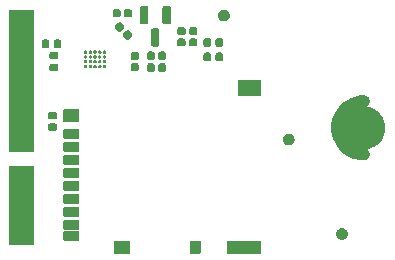
<source format=gbr>
G04 #@! TF.GenerationSoftware,KiCad,Pcbnew,7.0.2-1.fc38*
G04 #@! TF.CreationDate,2023-05-11T21:02:33-04:00*
G04 #@! TF.ProjectId,m2-sd-card,6d322d73-642d-4636-9172-642e6b696361,v0.5.0*
G04 #@! TF.SameCoordinates,PX71581d0PY6410748*
G04 #@! TF.FileFunction,Soldermask,Top*
G04 #@! TF.FilePolarity,Negative*
%FSLAX46Y46*%
G04 Gerber Fmt 4.6, Leading zero omitted, Abs format (unit mm)*
G04 Created by KiCad (PCBNEW 7.0.2-1.fc38) date 2023-05-11 21:02:33*
%MOMM*%
%LPD*%
G01*
G04 APERTURE LIST*
G04 APERTURE END LIST*
G36*
X2075576Y6700577D02*
G01*
X2080000Y6689896D01*
X2080000Y10105D01*
X2075576Y-576D01*
X2064896Y-5000D01*
X10104Y-5000D01*
X-577Y-576D01*
X-5000Y10105D01*
X-5000Y6689896D01*
X-577Y6700577D01*
X10104Y6705000D01*
X2064896Y6705000D01*
X2075576Y6700577D01*
G37*
G36*
X5844900Y1148042D02*
G01*
X5861770Y1136770D01*
X5873042Y1119900D01*
X5877000Y1100000D01*
X5877000Y400000D01*
X5873042Y380100D01*
X5861770Y363230D01*
X5844900Y351958D01*
X5825000Y348000D01*
X4625000Y348000D01*
X4605100Y351958D01*
X4588230Y363230D01*
X4576958Y380100D01*
X4573000Y400000D01*
X4573000Y1100000D01*
X4576958Y1119900D01*
X4588230Y1136770D01*
X4605100Y1148042D01*
X4625000Y1152000D01*
X5825000Y1152000D01*
X5844900Y1148042D01*
G37*
G36*
X10144900Y348042D02*
G01*
X10161770Y336770D01*
X10173042Y319900D01*
X10177000Y300000D01*
X10177000Y-700000D01*
X10173042Y-719900D01*
X10161770Y-736770D01*
X10144900Y-748042D01*
X10125000Y-752000D01*
X8925000Y-752000D01*
X8905100Y-748042D01*
X8888230Y-736770D01*
X8876958Y-719900D01*
X8873000Y-700000D01*
X8873000Y300000D01*
X8876958Y319900D01*
X8888230Y336770D01*
X8905100Y348042D01*
X8925000Y352000D01*
X10125000Y352000D01*
X10144900Y348042D01*
G37*
G36*
X16144900Y348042D02*
G01*
X16161770Y336770D01*
X16173042Y319900D01*
X16177000Y300000D01*
X16177000Y-700000D01*
X16173042Y-719900D01*
X16161770Y-736770D01*
X16144900Y-748042D01*
X16125000Y-752000D01*
X15325000Y-752000D01*
X15305100Y-748042D01*
X15288230Y-736770D01*
X15276958Y-719900D01*
X15273000Y-700000D01*
X15273000Y300000D01*
X15276958Y319900D01*
X15288230Y336770D01*
X15305100Y348042D01*
X15325000Y352000D01*
X16125000Y352000D01*
X16144900Y348042D01*
G37*
G36*
X21294900Y348042D02*
G01*
X21311770Y336770D01*
X21323042Y319900D01*
X21327000Y300000D01*
X21327000Y-700000D01*
X21323042Y-719900D01*
X21311770Y-736770D01*
X21294900Y-748042D01*
X21275000Y-752000D01*
X18475000Y-752000D01*
X18455100Y-748042D01*
X18438230Y-736770D01*
X18426958Y-719900D01*
X18423000Y-700000D01*
X18423000Y300000D01*
X18426958Y319900D01*
X18438230Y336770D01*
X18455100Y348042D01*
X18475000Y352000D01*
X21275000Y352000D01*
X21294900Y348042D01*
G37*
G36*
X5844900Y2098042D02*
G01*
X5861770Y2086770D01*
X5873042Y2069900D01*
X5877000Y2050000D01*
X5877000Y1350000D01*
X5873042Y1330100D01*
X5861770Y1313230D01*
X5844900Y1301958D01*
X5825000Y1298000D01*
X4625000Y1298000D01*
X4605100Y1301958D01*
X4588230Y1313230D01*
X4576958Y1330100D01*
X4573000Y1350000D01*
X4573000Y2050000D01*
X4576958Y2069900D01*
X4588230Y2086770D01*
X4605100Y2098042D01*
X4625000Y2102000D01*
X5825000Y2102000D01*
X5844900Y2098042D01*
G37*
G36*
X28185333Y1419911D02*
G01*
X28221157Y1419911D01*
X28250277Y1411361D01*
X28279295Y1407540D01*
X28318271Y1391396D01*
X28357708Y1379816D01*
X28378523Y1366439D01*
X28399780Y1357634D01*
X28438734Y1327744D01*
X28477430Y1302875D01*
X28489903Y1288480D01*
X28503243Y1278244D01*
X28537824Y1233176D01*
X28570627Y1195320D01*
X28576146Y1183233D01*
X28582633Y1174780D01*
X28608242Y1112954D01*
X28629746Y1065866D01*
X28630809Y1058471D01*
X28632539Y1054295D01*
X28644804Y961134D01*
X28650000Y925000D01*
X28644804Y888867D01*
X28632539Y795705D01*
X28630809Y791530D01*
X28629746Y784134D01*
X28608242Y737047D01*
X28582633Y675220D01*
X28576147Y666768D01*
X28570627Y654680D01*
X28537820Y616820D01*
X28503243Y571757D01*
X28489906Y561524D01*
X28477430Y547125D01*
X28438726Y522252D01*
X28399780Y492367D01*
X28378527Y483565D01*
X28357708Y470184D01*
X28318262Y458602D01*
X28279295Y442461D01*
X28250283Y438642D01*
X28221157Y430089D01*
X28185326Y430089D01*
X28150000Y425438D01*
X28114674Y430089D01*
X28078843Y430089D01*
X28049716Y438642D01*
X28020704Y442461D01*
X27981733Y458603D01*
X27942292Y470184D01*
X27921473Y483563D01*
X27900219Y492367D01*
X27861267Y522256D01*
X27822570Y547125D01*
X27810095Y561522D01*
X27796756Y571757D01*
X27762170Y616830D01*
X27729373Y654680D01*
X27723854Y666765D01*
X27717366Y675220D01*
X27691747Y737071D01*
X27670254Y784134D01*
X27669191Y791526D01*
X27667460Y795705D01*
X27655183Y888950D01*
X27650000Y925000D01*
X27655183Y961051D01*
X27667460Y1054295D01*
X27669191Y1058475D01*
X27670254Y1065866D01*
X27691747Y1112930D01*
X27717366Y1174780D01*
X27723854Y1183237D01*
X27729373Y1195320D01*
X27762166Y1233166D01*
X27796756Y1278244D01*
X27810098Y1288482D01*
X27822570Y1302875D01*
X27861263Y1327742D01*
X27900220Y1357634D01*
X27921476Y1366439D01*
X27942292Y1379816D01*
X27981728Y1391396D01*
X28020705Y1407540D01*
X28049722Y1411361D01*
X28078843Y1419911D01*
X28114666Y1419911D01*
X28149999Y1424563D01*
X28185333Y1419911D01*
G37*
G36*
X5844900Y3198042D02*
G01*
X5861770Y3186770D01*
X5873042Y3169900D01*
X5877000Y3150000D01*
X5877000Y2450000D01*
X5873042Y2430100D01*
X5861770Y2413230D01*
X5844900Y2401958D01*
X5825000Y2398000D01*
X4625000Y2398000D01*
X4605100Y2401958D01*
X4588230Y2413230D01*
X4576958Y2430100D01*
X4573000Y2450000D01*
X4573000Y3150000D01*
X4576958Y3169900D01*
X4588230Y3186770D01*
X4605100Y3198042D01*
X4625000Y3202000D01*
X5825000Y3202000D01*
X5844900Y3198042D01*
G37*
G36*
X5844900Y4298042D02*
G01*
X5861770Y4286770D01*
X5873042Y4269900D01*
X5877000Y4250000D01*
X5877000Y3550000D01*
X5873042Y3530100D01*
X5861770Y3513230D01*
X5844900Y3501958D01*
X5825000Y3498000D01*
X4625000Y3498000D01*
X4605100Y3501958D01*
X4588230Y3513230D01*
X4576958Y3530100D01*
X4573000Y3550000D01*
X4573000Y4250000D01*
X4576958Y4269900D01*
X4588230Y4286770D01*
X4605100Y4298042D01*
X4625000Y4302000D01*
X5825000Y4302000D01*
X5844900Y4298042D01*
G37*
G36*
X5844900Y5398042D02*
G01*
X5861770Y5386770D01*
X5873042Y5369900D01*
X5877000Y5350000D01*
X5877000Y4650000D01*
X5873042Y4630100D01*
X5861770Y4613230D01*
X5844900Y4601958D01*
X5825000Y4598000D01*
X4625000Y4598000D01*
X4605100Y4601958D01*
X4588230Y4613230D01*
X4576958Y4630100D01*
X4573000Y4650000D01*
X4573000Y5350000D01*
X4576958Y5369900D01*
X4588230Y5386770D01*
X4605100Y5398042D01*
X4625000Y5402000D01*
X5825000Y5402000D01*
X5844900Y5398042D01*
G37*
G36*
X5844900Y6498042D02*
G01*
X5861770Y6486770D01*
X5873042Y6469900D01*
X5877000Y6450000D01*
X5877000Y5750000D01*
X5873042Y5730100D01*
X5861770Y5713230D01*
X5844900Y5701958D01*
X5825000Y5698000D01*
X4625000Y5698000D01*
X4605100Y5701958D01*
X4588230Y5713230D01*
X4576958Y5730100D01*
X4573000Y5750000D01*
X4573000Y6450000D01*
X4576958Y6469900D01*
X4588230Y6486770D01*
X4605100Y6498042D01*
X4625000Y6502000D01*
X5825000Y6502000D01*
X5844900Y6498042D01*
G37*
G36*
X5844900Y7598042D02*
G01*
X5861770Y7586770D01*
X5873042Y7569900D01*
X5877000Y7550000D01*
X5877000Y6850000D01*
X5873042Y6830100D01*
X5861770Y6813230D01*
X5844900Y6801958D01*
X5825000Y6798000D01*
X4625000Y6798000D01*
X4605100Y6801958D01*
X4588230Y6813230D01*
X4576958Y6830100D01*
X4573000Y6850000D01*
X4573000Y7550000D01*
X4576958Y7569900D01*
X4588230Y7586770D01*
X4605100Y7598042D01*
X4625000Y7602000D01*
X5825000Y7602000D01*
X5844900Y7598042D01*
G37*
G36*
X2075576Y19850577D02*
G01*
X2080000Y19839896D01*
X2080000Y7910105D01*
X2075576Y7899424D01*
X2064896Y7895000D01*
X10104Y7895000D01*
X-577Y7899424D01*
X-5000Y7910105D01*
X-5000Y19839896D01*
X-577Y19850577D01*
X10104Y19855000D01*
X2064896Y19855000D01*
X2075576Y19850577D01*
G37*
G36*
X21294900Y13998042D02*
G01*
X21311770Y13986770D01*
X21323042Y13969900D01*
X21327000Y13950000D01*
X21327000Y12650000D01*
X21323042Y12630100D01*
X21311770Y12613230D01*
X21294900Y12601958D01*
X21275000Y12598000D01*
X19375000Y12598000D01*
X19355100Y12601958D01*
X19338230Y12613230D01*
X19326958Y12630100D01*
X19323000Y12650000D01*
X19323000Y13950000D01*
X19326958Y13969900D01*
X19338230Y13986770D01*
X19355100Y13998042D01*
X19375000Y14002000D01*
X21275000Y14002000D01*
X21294900Y13998042D01*
G37*
G36*
X30124545Y12659266D02*
G01*
X30178606Y12645941D01*
X30183125Y12643570D01*
X30192993Y12640925D01*
X30241255Y12613061D01*
X30286115Y12589517D01*
X30293750Y12582753D01*
X30307007Y12575099D01*
X30342868Y12539238D01*
X30377004Y12508996D01*
X30385681Y12496425D01*
X30400099Y12482007D01*
X30422937Y12442450D01*
X30445979Y12409068D01*
X30453193Y12390044D01*
X30465925Y12367993D01*
X30476441Y12328745D01*
X30489035Y12295539D01*
X30492097Y12270319D01*
X30500000Y12240826D01*
X30500000Y12205234D01*
X30503671Y12175000D01*
X30500000Y12144767D01*
X30500000Y12109174D01*
X30492097Y12079681D01*
X30489035Y12054462D01*
X30476442Y12021260D01*
X30465925Y11982007D01*
X30453192Y11959955D01*
X30445979Y11940933D01*
X30422940Y11907556D01*
X30400099Y11867993D01*
X30385680Y11853575D01*
X30377003Y11841003D01*
X30342873Y11810768D01*
X30307007Y11774901D01*
X30306905Y11774843D01*
X30321801Y11717788D01*
X30334355Y11715058D01*
X30406101Y11704243D01*
X30458815Y11687983D01*
X30514126Y11675951D01*
X30592065Y11646882D01*
X30666747Y11623845D01*
X30711121Y11602476D01*
X30758079Y11584961D01*
X30837184Y11541767D01*
X30912500Y11505496D01*
X30948265Y11481112D01*
X30986595Y11460182D01*
X31064477Y11401880D01*
X31137869Y11351842D01*
X31165219Y11326465D01*
X31195040Y11304141D01*
X31269145Y11230036D01*
X31337820Y11166315D01*
X31357326Y11141855D01*
X31379140Y11120041D01*
X31446800Y11029659D01*
X31507886Y10953059D01*
X31520508Y10931196D01*
X31535181Y10911596D01*
X31593718Y10804394D01*
X31644268Y10716838D01*
X31651273Y10698989D01*
X31659960Y10683080D01*
X31706716Y10557722D01*
X31743920Y10462928D01*
X31746833Y10450165D01*
X31750950Y10439127D01*
X31783394Y10289980D01*
X31804616Y10197002D01*
X31805139Y10190018D01*
X31806294Y10184710D01*
X31822129Y9963303D01*
X31825000Y9925000D01*
X31822126Y9886659D01*
X31806294Y9665291D01*
X31805139Y9659984D01*
X31804616Y9652998D01*
X31783389Y9560001D01*
X31750950Y9410874D01*
X31746833Y9399838D01*
X31743920Y9387072D01*
X31706709Y9292260D01*
X31659960Y9166921D01*
X31651274Y9151016D01*
X31644268Y9133162D01*
X31593707Y9045590D01*
X31535181Y8938405D01*
X31520511Y8918809D01*
X31507886Y8896941D01*
X31446787Y8820327D01*
X31379140Y8729960D01*
X31357330Y8708151D01*
X31337820Y8683685D01*
X31269131Y8619952D01*
X31195040Y8545860D01*
X31165225Y8523541D01*
X31137869Y8498158D01*
X31064462Y8448111D01*
X30986595Y8389819D01*
X30948273Y8368894D01*
X30912500Y8344504D01*
X30837168Y8308227D01*
X30758079Y8265040D01*
X30711130Y8247530D01*
X30666747Y8226155D01*
X30592049Y8203115D01*
X30514126Y8174050D01*
X30458826Y8162021D01*
X30406101Y8145757D01*
X30334340Y8134941D01*
X30321801Y8132213D01*
X30306904Y8075159D01*
X30307007Y8075099D01*
X30342869Y8039237D01*
X30377004Y8008996D01*
X30385681Y7996425D01*
X30400099Y7982007D01*
X30422937Y7942450D01*
X30445979Y7909068D01*
X30453193Y7890044D01*
X30465925Y7867993D01*
X30476441Y7828745D01*
X30489035Y7795539D01*
X30492097Y7770319D01*
X30500000Y7740826D01*
X30500000Y7705235D01*
X30503671Y7675001D01*
X30500000Y7644768D01*
X30500000Y7609174D01*
X30492097Y7579681D01*
X30489035Y7554462D01*
X30476442Y7521260D01*
X30465925Y7482007D01*
X30453192Y7459955D01*
X30445979Y7440933D01*
X30422941Y7407557D01*
X30400099Y7367993D01*
X30385679Y7353574D01*
X30377004Y7341005D01*
X30342876Y7310771D01*
X30307007Y7274901D01*
X30293746Y7267246D01*
X30286115Y7260484D01*
X30241274Y7236951D01*
X30192993Y7209075D01*
X30183121Y7206430D01*
X30178606Y7204060D01*
X30124570Y7190741D01*
X30065826Y7175000D01*
X30060710Y7175000D01*
X29839834Y7175000D01*
X29839831Y7175000D01*
X29521658Y7212189D01*
X29406361Y7239516D01*
X29209947Y7286066D01*
X28908942Y7395622D01*
X28736937Y7482007D01*
X28622670Y7539394D01*
X28576288Y7569900D01*
X28355030Y7715422D01*
X28109637Y7921333D01*
X27889807Y8154338D01*
X27698512Y8411292D01*
X27538346Y8688709D01*
X27411465Y8982850D01*
X27319590Y9289735D01*
X27263965Y9605202D01*
X27245339Y9925000D01*
X27263965Y10244799D01*
X27319590Y10560266D01*
X27411465Y10867151D01*
X27538346Y11161292D01*
X27698512Y11438709D01*
X27889807Y11695663D01*
X28109637Y11928668D01*
X28355030Y12134579D01*
X28622664Y12310603D01*
X28908942Y12454379D01*
X29209947Y12563935D01*
X29521656Y12637811D01*
X29648927Y12652687D01*
X29839831Y12675000D01*
X30000000Y12675000D01*
X30065826Y12675000D01*
X30124545Y12659266D01*
G37*
G36*
X5844900Y8698042D02*
G01*
X5861770Y8686770D01*
X5873042Y8669900D01*
X5877000Y8650000D01*
X5877000Y7950000D01*
X5873042Y7930100D01*
X5861770Y7913230D01*
X5844900Y7901958D01*
X5825000Y7898000D01*
X4625000Y7898000D01*
X4605100Y7901958D01*
X4588230Y7913230D01*
X4576958Y7930100D01*
X4573000Y7950000D01*
X4573000Y8650000D01*
X4576958Y8669900D01*
X4588230Y8686770D01*
X4605100Y8698042D01*
X4625000Y8702000D01*
X5825000Y8702000D01*
X5844900Y8698042D01*
G37*
G36*
X3893475Y10307385D02*
G01*
X3955765Y10265765D01*
X3997385Y10203475D01*
X4012000Y10130000D01*
X4012000Y9850000D01*
X3997385Y9776525D01*
X3955765Y9714235D01*
X3893475Y9672615D01*
X3820000Y9658000D01*
X3480000Y9658000D01*
X3406525Y9672615D01*
X3344235Y9714235D01*
X3302615Y9776525D01*
X3288000Y9850000D01*
X3288000Y10130000D01*
X3302615Y10203475D01*
X3344235Y10265765D01*
X3406525Y10307385D01*
X3480000Y10322000D01*
X3820000Y10322000D01*
X3893475Y10307385D01*
G37*
G36*
X5844900Y9798042D02*
G01*
X5861770Y9786770D01*
X5873042Y9769900D01*
X5877000Y9750000D01*
X5877000Y9050000D01*
X5873042Y9030100D01*
X5861770Y9013230D01*
X5844900Y9001958D01*
X5825000Y8998000D01*
X4625000Y8998000D01*
X4605100Y9001958D01*
X4588230Y9013230D01*
X4576958Y9030100D01*
X4573000Y9050000D01*
X4573000Y9750000D01*
X4576958Y9769900D01*
X4588230Y9786770D01*
X4605100Y9798042D01*
X4625000Y9802000D01*
X5825000Y9802000D01*
X5844900Y9798042D01*
G37*
G36*
X23685333Y9419911D02*
G01*
X23721157Y9419911D01*
X23750277Y9411361D01*
X23779295Y9407540D01*
X23818271Y9391396D01*
X23857708Y9379816D01*
X23878523Y9366439D01*
X23899780Y9357634D01*
X23938734Y9327744D01*
X23977430Y9302875D01*
X23989903Y9288480D01*
X24003243Y9278244D01*
X24037824Y9233176D01*
X24070627Y9195320D01*
X24076146Y9183233D01*
X24082633Y9174780D01*
X24108242Y9112954D01*
X24129746Y9065866D01*
X24130809Y9058471D01*
X24132539Y9054295D01*
X24144804Y8961134D01*
X24150000Y8925000D01*
X24144804Y8888867D01*
X24132539Y8795705D01*
X24130809Y8791530D01*
X24129746Y8784134D01*
X24108242Y8737047D01*
X24082633Y8675220D01*
X24076147Y8666768D01*
X24070627Y8654680D01*
X24037820Y8616820D01*
X24003243Y8571757D01*
X23989906Y8561524D01*
X23977430Y8547125D01*
X23938726Y8522252D01*
X23899780Y8492367D01*
X23878527Y8483565D01*
X23857708Y8470184D01*
X23818262Y8458602D01*
X23779295Y8442461D01*
X23750283Y8438642D01*
X23721157Y8430089D01*
X23685326Y8430089D01*
X23650000Y8425438D01*
X23614674Y8430089D01*
X23578843Y8430089D01*
X23549716Y8438642D01*
X23520704Y8442461D01*
X23481733Y8458603D01*
X23442292Y8470184D01*
X23421473Y8483563D01*
X23400219Y8492367D01*
X23361267Y8522256D01*
X23322570Y8547125D01*
X23310095Y8561522D01*
X23296756Y8571757D01*
X23262170Y8616830D01*
X23229373Y8654680D01*
X23223854Y8666765D01*
X23217366Y8675220D01*
X23191747Y8737071D01*
X23170254Y8784134D01*
X23169191Y8791526D01*
X23167460Y8795705D01*
X23155183Y8888950D01*
X23150000Y8925000D01*
X23155183Y8961051D01*
X23167460Y9054295D01*
X23169191Y9058475D01*
X23170254Y9065866D01*
X23191747Y9112930D01*
X23217366Y9174780D01*
X23223854Y9183237D01*
X23229373Y9195320D01*
X23262166Y9233166D01*
X23296756Y9278244D01*
X23310098Y9288482D01*
X23322570Y9302875D01*
X23361263Y9327742D01*
X23400220Y9357634D01*
X23421476Y9366439D01*
X23442292Y9379816D01*
X23481728Y9391396D01*
X23520705Y9407540D01*
X23549722Y9411361D01*
X23578843Y9419911D01*
X23614666Y9419911D01*
X23649999Y9424563D01*
X23685333Y9419911D01*
G37*
G36*
X5844900Y11498042D02*
G01*
X5861770Y11486770D01*
X5873042Y11469900D01*
X5877000Y11450000D01*
X5877000Y10450000D01*
X5873042Y10430100D01*
X5861770Y10413230D01*
X5844900Y10401958D01*
X5825000Y10398000D01*
X4625000Y10398000D01*
X4605100Y10401958D01*
X4588230Y10413230D01*
X4576958Y10430100D01*
X4573000Y10450000D01*
X4573000Y11450000D01*
X4576958Y11469900D01*
X4588230Y11486770D01*
X4605100Y11498042D01*
X4625000Y11502000D01*
X5825000Y11502000D01*
X5844900Y11498042D01*
G37*
G36*
X3893475Y11267385D02*
G01*
X3955765Y11225765D01*
X3997385Y11163475D01*
X4012000Y11090000D01*
X4012000Y10810000D01*
X3997385Y10736525D01*
X3955765Y10674235D01*
X3893475Y10632615D01*
X3820000Y10618000D01*
X3480000Y10618000D01*
X3406525Y10632615D01*
X3344235Y10674235D01*
X3302615Y10736525D01*
X3288000Y10810000D01*
X3288000Y11090000D01*
X3302615Y11163475D01*
X3344235Y11225765D01*
X3406525Y11267385D01*
X3480000Y11282000D01*
X3820000Y11282000D01*
X3893475Y11267385D01*
G37*
G36*
X8106905Y15662381D02*
G01*
X8155147Y15630147D01*
X8187381Y15581905D01*
X8198700Y15525000D01*
X8187381Y15468095D01*
X8155147Y15419853D01*
X8106905Y15387619D01*
X8050000Y15376300D01*
X7993095Y15387619D01*
X7944853Y15419853D01*
X7912619Y15468095D01*
X7901300Y15525000D01*
X7912619Y15581905D01*
X7944853Y15630147D01*
X7993095Y15662381D01*
X8050000Y15673700D01*
X8106905Y15662381D01*
G37*
G36*
X12183475Y15372385D02*
G01*
X12245765Y15330765D01*
X12287385Y15268475D01*
X12302000Y15195000D01*
X12302000Y14855000D01*
X12287385Y14781525D01*
X12245765Y14719235D01*
X12183475Y14677615D01*
X12110000Y14663000D01*
X11830000Y14663000D01*
X11756525Y14677615D01*
X11694235Y14719235D01*
X11652615Y14781525D01*
X11638000Y14855000D01*
X11638000Y15195000D01*
X11652615Y15268475D01*
X11694235Y15330765D01*
X11756525Y15372385D01*
X11830000Y15387000D01*
X12110000Y15387000D01*
X12183475Y15372385D01*
G37*
G36*
X13143475Y15372385D02*
G01*
X13205765Y15330765D01*
X13247385Y15268475D01*
X13262000Y15195000D01*
X13262000Y14855000D01*
X13247385Y14781525D01*
X13205765Y14719235D01*
X13143475Y14677615D01*
X13070000Y14663000D01*
X12790000Y14663000D01*
X12716525Y14677615D01*
X12654235Y14719235D01*
X12612615Y14781525D01*
X12598000Y14855000D01*
X12598000Y15195000D01*
X12612615Y15268475D01*
X12654235Y15330765D01*
X12716525Y15372385D01*
X12790000Y15387000D01*
X13070000Y15387000D01*
X13143475Y15372385D01*
G37*
G36*
X4006562Y15322765D02*
G01*
X4067229Y15282229D01*
X4107765Y15221562D01*
X4122000Y15150000D01*
X4122000Y14880000D01*
X4107765Y14808438D01*
X4067229Y14747771D01*
X4006562Y14707235D01*
X3935000Y14693000D01*
X3565000Y14693000D01*
X3493438Y14707235D01*
X3432771Y14747771D01*
X3392235Y14808438D01*
X3378000Y14880000D01*
X3378000Y15150000D01*
X3392235Y15221562D01*
X3432771Y15282229D01*
X3493438Y15322765D01*
X3565000Y15337000D01*
X3935000Y15337000D01*
X4006562Y15322765D01*
G37*
G36*
X10862475Y15362385D02*
G01*
X10924765Y15320765D01*
X10966385Y15258475D01*
X10981000Y15185000D01*
X10981000Y14905000D01*
X10966385Y14831525D01*
X10924765Y14769235D01*
X10862475Y14727615D01*
X10789000Y14713000D01*
X10449000Y14713000D01*
X10375525Y14727615D01*
X10313235Y14769235D01*
X10271615Y14831525D01*
X10257000Y14905000D01*
X10257000Y15185000D01*
X10271615Y15258475D01*
X10313235Y15320765D01*
X10375525Y15362385D01*
X10449000Y15377000D01*
X10789000Y15377000D01*
X10862475Y15362385D01*
G37*
G36*
X6506905Y15262381D02*
G01*
X6555147Y15230147D01*
X6587381Y15181905D01*
X6598700Y15125000D01*
X6587381Y15068095D01*
X6555147Y15019853D01*
X6506905Y14987619D01*
X6450000Y14976300D01*
X6393095Y14987619D01*
X6344853Y15019853D01*
X6312619Y15068095D01*
X6301300Y15125000D01*
X6312619Y15181905D01*
X6344853Y15230147D01*
X6393095Y15262381D01*
X6450000Y15273700D01*
X6506905Y15262381D01*
G37*
G36*
X6906905Y15262381D02*
G01*
X6955147Y15230147D01*
X6987381Y15181905D01*
X6998700Y15125000D01*
X6987381Y15068095D01*
X6955147Y15019853D01*
X6906905Y14987619D01*
X6850000Y14976300D01*
X6793095Y14987619D01*
X6744853Y15019853D01*
X6712619Y15068095D01*
X6701300Y15125000D01*
X6712619Y15181905D01*
X6744853Y15230147D01*
X6793095Y15262381D01*
X6850000Y15273700D01*
X6906905Y15262381D01*
G37*
G36*
X7306905Y15262381D02*
G01*
X7355147Y15230147D01*
X7387381Y15181905D01*
X7398700Y15125000D01*
X7387381Y15068095D01*
X7355147Y15019853D01*
X7306905Y14987619D01*
X7250000Y14976300D01*
X7193095Y14987619D01*
X7144853Y15019853D01*
X7112619Y15068095D01*
X7101300Y15125000D01*
X7112619Y15181905D01*
X7144853Y15230147D01*
X7193095Y15262381D01*
X7250000Y15273700D01*
X7306905Y15262381D01*
G37*
G36*
X7706905Y15262381D02*
G01*
X7755147Y15230147D01*
X7787381Y15181905D01*
X7798700Y15125000D01*
X7787381Y15068095D01*
X7755147Y15019853D01*
X7706905Y14987619D01*
X7650000Y14976300D01*
X7593095Y14987619D01*
X7544853Y15019853D01*
X7512619Y15068095D01*
X7501300Y15125000D01*
X7512619Y15181905D01*
X7544853Y15230147D01*
X7593095Y15262381D01*
X7650000Y15273700D01*
X7706905Y15262381D01*
G37*
G36*
X8106905Y15262381D02*
G01*
X8155147Y15230147D01*
X8187381Y15181905D01*
X8198700Y15125000D01*
X8187381Y15068095D01*
X8155147Y15019853D01*
X8106905Y14987619D01*
X8050000Y14976300D01*
X7993095Y14987619D01*
X7944853Y15019853D01*
X7912619Y15068095D01*
X7901300Y15125000D01*
X7912619Y15181905D01*
X7944853Y15230147D01*
X7993095Y15262381D01*
X8050000Y15273700D01*
X8106905Y15262381D01*
G37*
G36*
X6506905Y15662381D02*
G01*
X6555147Y15630147D01*
X6587381Y15581905D01*
X6598700Y15525000D01*
X6587381Y15468095D01*
X6555147Y15419853D01*
X6506905Y15387619D01*
X6450000Y15376300D01*
X6393095Y15387619D01*
X6344853Y15419853D01*
X6312619Y15468095D01*
X6301300Y15525000D01*
X6312619Y15581905D01*
X6344853Y15630147D01*
X6393095Y15662381D01*
X6450000Y15673700D01*
X6506905Y15662381D01*
G37*
G36*
X6906905Y15662381D02*
G01*
X6955147Y15630147D01*
X6987381Y15581905D01*
X6998700Y15525000D01*
X6987381Y15468095D01*
X6955147Y15419853D01*
X6906905Y15387619D01*
X6850000Y15376300D01*
X6793095Y15387619D01*
X6744853Y15419853D01*
X6712619Y15468095D01*
X6701300Y15525000D01*
X6712619Y15581905D01*
X6744853Y15630147D01*
X6793095Y15662381D01*
X6850000Y15673700D01*
X6906905Y15662381D01*
G37*
G36*
X7306905Y15662381D02*
G01*
X7355147Y15630147D01*
X7387381Y15581905D01*
X7398700Y15525000D01*
X7387381Y15468095D01*
X7355147Y15419853D01*
X7306905Y15387619D01*
X7250000Y15376300D01*
X7193095Y15387619D01*
X7144853Y15419853D01*
X7112619Y15468095D01*
X7101300Y15525000D01*
X7112619Y15581905D01*
X7144853Y15630147D01*
X7193095Y15662381D01*
X7250000Y15673700D01*
X7306905Y15662381D01*
G37*
G36*
X7706905Y15662381D02*
G01*
X7755147Y15630147D01*
X7787381Y15581905D01*
X7798700Y15525000D01*
X7787381Y15468095D01*
X7755147Y15419853D01*
X7706905Y15387619D01*
X7650000Y15376300D01*
X7593095Y15387619D01*
X7544853Y15419853D01*
X7512619Y15468095D01*
X7501300Y15525000D01*
X7512619Y15581905D01*
X7544853Y15630147D01*
X7593095Y15662381D01*
X7650000Y15673700D01*
X7706905Y15662381D01*
G37*
G36*
X8106905Y16462381D02*
G01*
X8155147Y16430147D01*
X8187381Y16381905D01*
X8198700Y16325000D01*
X8187381Y16268095D01*
X8155147Y16219853D01*
X8106905Y16187619D01*
X8050000Y16176300D01*
X7993095Y16187619D01*
X7944853Y16219853D01*
X7912619Y16268095D01*
X7901300Y16325000D01*
X7912619Y16381905D01*
X7944853Y16430147D01*
X7993095Y16462381D01*
X8050000Y16473700D01*
X8106905Y16462381D01*
G37*
G36*
X12183475Y16372385D02*
G01*
X12245765Y16330765D01*
X12287385Y16268475D01*
X12302000Y16195000D01*
X12302000Y15855000D01*
X12287385Y15781525D01*
X12245765Y15719235D01*
X12183475Y15677615D01*
X12110000Y15663000D01*
X11830000Y15663000D01*
X11756525Y15677615D01*
X11694235Y15719235D01*
X11652615Y15781525D01*
X11638000Y15855000D01*
X11638000Y16195000D01*
X11652615Y16268475D01*
X11694235Y16330765D01*
X11756525Y16372385D01*
X11830000Y16387000D01*
X12110000Y16387000D01*
X12183475Y16372385D01*
G37*
G36*
X13143475Y16372385D02*
G01*
X13205765Y16330765D01*
X13247385Y16268475D01*
X13262000Y16195000D01*
X13262000Y15855000D01*
X13247385Y15781525D01*
X13205765Y15719235D01*
X13143475Y15677615D01*
X13070000Y15663000D01*
X12790000Y15663000D01*
X12716525Y15677615D01*
X12654235Y15719235D01*
X12612615Y15781525D01*
X12598000Y15855000D01*
X12598000Y16195000D01*
X12612615Y16268475D01*
X12654235Y16330765D01*
X12716525Y16372385D01*
X12790000Y16387000D01*
X13070000Y16387000D01*
X13143475Y16372385D01*
G37*
G36*
X16946562Y16282765D02*
G01*
X17007229Y16242229D01*
X17047765Y16181562D01*
X17062000Y16110000D01*
X17062000Y15740000D01*
X17047765Y15668438D01*
X17007229Y15607771D01*
X16946562Y15567235D01*
X16875000Y15553000D01*
X16605000Y15553000D01*
X16533438Y15567235D01*
X16472771Y15607771D01*
X16432235Y15668438D01*
X16418000Y15740000D01*
X16418000Y16110000D01*
X16432235Y16181562D01*
X16472771Y16242229D01*
X16533438Y16282765D01*
X16605000Y16297000D01*
X16875000Y16297000D01*
X16946562Y16282765D01*
G37*
G36*
X17966562Y16282765D02*
G01*
X18027229Y16242229D01*
X18067765Y16181562D01*
X18082000Y16110000D01*
X18082000Y15740000D01*
X18067765Y15668438D01*
X18027229Y15607771D01*
X17966562Y15567235D01*
X17895000Y15553000D01*
X17625000Y15553000D01*
X17553438Y15567235D01*
X17492771Y15607771D01*
X17452235Y15668438D01*
X17438000Y15740000D01*
X17438000Y16110000D01*
X17452235Y16181562D01*
X17492771Y16242229D01*
X17553438Y16282765D01*
X17625000Y16297000D01*
X17895000Y16297000D01*
X17966562Y16282765D01*
G37*
G36*
X10862475Y16322385D02*
G01*
X10924765Y16280765D01*
X10966385Y16218475D01*
X10981000Y16145000D01*
X10981000Y15865000D01*
X10966385Y15791525D01*
X10924765Y15729235D01*
X10862475Y15687615D01*
X10789000Y15673000D01*
X10449000Y15673000D01*
X10375525Y15687615D01*
X10313235Y15729235D01*
X10271615Y15791525D01*
X10257000Y15865000D01*
X10257000Y16145000D01*
X10271615Y16218475D01*
X10313235Y16280765D01*
X10375525Y16322385D01*
X10449000Y16337000D01*
X10789000Y16337000D01*
X10862475Y16322385D01*
G37*
G36*
X4006562Y16342765D02*
G01*
X4067229Y16302229D01*
X4107765Y16241562D01*
X4122000Y16170000D01*
X4122000Y15900000D01*
X4107765Y15828438D01*
X4067229Y15767771D01*
X4006562Y15727235D01*
X3935000Y15713000D01*
X3565000Y15713000D01*
X3493438Y15727235D01*
X3432771Y15767771D01*
X3392235Y15828438D01*
X3378000Y15900000D01*
X3378000Y16170000D01*
X3392235Y16241562D01*
X3432771Y16302229D01*
X3493438Y16342765D01*
X3565000Y16357000D01*
X3935000Y16357000D01*
X4006562Y16342765D01*
G37*
G36*
X6506905Y16062381D02*
G01*
X6555147Y16030147D01*
X6587381Y15981905D01*
X6598700Y15925000D01*
X6587381Y15868095D01*
X6555147Y15819853D01*
X6506905Y15787619D01*
X6450000Y15776300D01*
X6393095Y15787619D01*
X6344853Y15819853D01*
X6312619Y15868095D01*
X6301300Y15925000D01*
X6312619Y15981905D01*
X6344853Y16030147D01*
X6393095Y16062381D01*
X6450000Y16073700D01*
X6506905Y16062381D01*
G37*
G36*
X6906905Y16062381D02*
G01*
X6955147Y16030147D01*
X6987381Y15981905D01*
X6998700Y15925000D01*
X6987381Y15868095D01*
X6955147Y15819853D01*
X6906905Y15787619D01*
X6850000Y15776300D01*
X6793095Y15787619D01*
X6744853Y15819853D01*
X6712619Y15868095D01*
X6701300Y15925000D01*
X6712619Y15981905D01*
X6744853Y16030147D01*
X6793095Y16062381D01*
X6850000Y16073700D01*
X6906905Y16062381D01*
G37*
G36*
X7306905Y16062381D02*
G01*
X7355147Y16030147D01*
X7387381Y15981905D01*
X7398700Y15925000D01*
X7387381Y15868095D01*
X7355147Y15819853D01*
X7306905Y15787619D01*
X7250000Y15776300D01*
X7193095Y15787619D01*
X7144853Y15819853D01*
X7112619Y15868095D01*
X7101300Y15925000D01*
X7112619Y15981905D01*
X7144853Y16030147D01*
X7193095Y16062381D01*
X7250000Y16073700D01*
X7306905Y16062381D01*
G37*
G36*
X7706905Y16062381D02*
G01*
X7755147Y16030147D01*
X7787381Y15981905D01*
X7798700Y15925000D01*
X7787381Y15868095D01*
X7755147Y15819853D01*
X7706905Y15787619D01*
X7650000Y15776300D01*
X7593095Y15787619D01*
X7544853Y15819853D01*
X7512619Y15868095D01*
X7501300Y15925000D01*
X7512619Y15981905D01*
X7544853Y16030147D01*
X7593095Y16062381D01*
X7650000Y16073700D01*
X7706905Y16062381D01*
G37*
G36*
X8106905Y16062381D02*
G01*
X8155147Y16030147D01*
X8187381Y15981905D01*
X8198700Y15925000D01*
X8187381Y15868095D01*
X8155147Y15819853D01*
X8106905Y15787619D01*
X8050000Y15776300D01*
X7993095Y15787619D01*
X7944853Y15819853D01*
X7912619Y15868095D01*
X7901300Y15925000D01*
X7912619Y15981905D01*
X7944853Y16030147D01*
X7993095Y16062381D01*
X8050000Y16073700D01*
X8106905Y16062381D01*
G37*
G36*
X6506905Y16462381D02*
G01*
X6555147Y16430147D01*
X6587381Y16381905D01*
X6598700Y16325000D01*
X6587381Y16268095D01*
X6555147Y16219853D01*
X6506905Y16187619D01*
X6450000Y16176300D01*
X6393095Y16187619D01*
X6344853Y16219853D01*
X6312619Y16268095D01*
X6301300Y16325000D01*
X6312619Y16381905D01*
X6344853Y16430147D01*
X6393095Y16462381D01*
X6450000Y16473700D01*
X6506905Y16462381D01*
G37*
G36*
X6906905Y16462381D02*
G01*
X6955147Y16430147D01*
X6987381Y16381905D01*
X6998700Y16325000D01*
X6987381Y16268095D01*
X6955147Y16219853D01*
X6906905Y16187619D01*
X6850000Y16176300D01*
X6793095Y16187619D01*
X6744853Y16219853D01*
X6712619Y16268095D01*
X6701300Y16325000D01*
X6712619Y16381905D01*
X6744853Y16430147D01*
X6793095Y16462381D01*
X6850000Y16473700D01*
X6906905Y16462381D01*
G37*
G36*
X7306905Y16462381D02*
G01*
X7355147Y16430147D01*
X7387381Y16381905D01*
X7398700Y16325000D01*
X7387381Y16268095D01*
X7355147Y16219853D01*
X7306905Y16187619D01*
X7250000Y16176300D01*
X7193095Y16187619D01*
X7144853Y16219853D01*
X7112619Y16268095D01*
X7101300Y16325000D01*
X7112619Y16381905D01*
X7144853Y16430147D01*
X7193095Y16462381D01*
X7250000Y16473700D01*
X7306905Y16462381D01*
G37*
G36*
X7706905Y16462381D02*
G01*
X7755147Y16430147D01*
X7787381Y16381905D01*
X7798700Y16325000D01*
X7787381Y16268095D01*
X7755147Y16219853D01*
X7706905Y16187619D01*
X7650000Y16176300D01*
X7593095Y16187619D01*
X7544853Y16219853D01*
X7512619Y16268095D01*
X7501300Y16325000D01*
X7512619Y16381905D01*
X7544853Y16430147D01*
X7593095Y16462381D01*
X7650000Y16473700D01*
X7706905Y16462381D01*
G37*
G36*
X3246562Y17382765D02*
G01*
X3307229Y17342229D01*
X3347765Y17281562D01*
X3362000Y17210000D01*
X3362000Y16840000D01*
X3347765Y16768438D01*
X3307229Y16707771D01*
X3246562Y16667235D01*
X3175000Y16653000D01*
X2905000Y16653000D01*
X2833438Y16667235D01*
X2772771Y16707771D01*
X2732235Y16768438D01*
X2718000Y16840000D01*
X2718000Y17210000D01*
X2732235Y17281562D01*
X2772771Y17342229D01*
X2833438Y17382765D01*
X2905000Y17397000D01*
X3175000Y17397000D01*
X3246562Y17382765D01*
G37*
G36*
X4266562Y17382765D02*
G01*
X4327229Y17342229D01*
X4367765Y17281562D01*
X4382000Y17210000D01*
X4382000Y16840000D01*
X4367765Y16768438D01*
X4327229Y16707771D01*
X4266562Y16667235D01*
X4195000Y16653000D01*
X3925000Y16653000D01*
X3853438Y16667235D01*
X3792771Y16707771D01*
X3752235Y16768438D01*
X3738000Y16840000D01*
X3738000Y17210000D01*
X3752235Y17281562D01*
X3792771Y17342229D01*
X3853438Y17382765D01*
X3925000Y17397000D01*
X4195000Y17397000D01*
X4266562Y17382765D01*
G37*
G36*
X9405278Y18860999D02*
G01*
X9467567Y18819379D01*
X9665557Y18621389D01*
X9707177Y18559100D01*
X9721793Y18485624D01*
X9707177Y18412149D01*
X9665557Y18349860D01*
X9425140Y18109443D01*
X9362851Y18067823D01*
X9289376Y18053207D01*
X9215900Y18067823D01*
X9153611Y18109443D01*
X8955621Y18307433D01*
X8914001Y18369722D01*
X8899385Y18443198D01*
X8914001Y18516673D01*
X8955621Y18578962D01*
X8959160Y18582502D01*
X8959163Y18582505D01*
X9192497Y18815840D01*
X9192503Y18815845D01*
X9196038Y18819379D01*
X9258327Y18860999D01*
X9331802Y18875615D01*
X9405278Y18860999D01*
G37*
G36*
X12577302Y18361624D02*
G01*
X12642836Y18317836D01*
X12686624Y18252302D01*
X12702000Y18175000D01*
X12702000Y17000000D01*
X12686624Y16922698D01*
X12642836Y16857164D01*
X12577302Y16813376D01*
X12500000Y16798000D01*
X12200000Y16798000D01*
X12122698Y16813376D01*
X12057164Y16857164D01*
X12013376Y16922698D01*
X11998000Y17000000D01*
X11998000Y18175000D01*
X12013376Y18252302D01*
X12057164Y18317836D01*
X12122698Y18361624D01*
X12200000Y18377000D01*
X12500000Y18377000D01*
X12577302Y18361624D01*
G37*
G36*
X16946562Y17502765D02*
G01*
X17007229Y17462229D01*
X17047765Y17401562D01*
X17062000Y17330000D01*
X17062000Y16960000D01*
X17047765Y16888438D01*
X17007229Y16827771D01*
X16946562Y16787235D01*
X16875000Y16773000D01*
X16605000Y16773000D01*
X16533438Y16787235D01*
X16472771Y16827771D01*
X16432235Y16888438D01*
X16418000Y16960000D01*
X16418000Y17330000D01*
X16432235Y17401562D01*
X16472771Y17462229D01*
X16533438Y17502765D01*
X16605000Y17517000D01*
X16875000Y17517000D01*
X16946562Y17502765D01*
G37*
G36*
X17966562Y17502765D02*
G01*
X18027229Y17462229D01*
X18067765Y17401562D01*
X18082000Y17330000D01*
X18082000Y16960000D01*
X18067765Y16888438D01*
X18027229Y16827771D01*
X17966562Y16787235D01*
X17895000Y16773000D01*
X17625000Y16773000D01*
X17553438Y16787235D01*
X17492771Y16827771D01*
X17452235Y16888438D01*
X17438000Y16960000D01*
X17438000Y17330000D01*
X17452235Y17401562D01*
X17492771Y17462229D01*
X17553438Y17502765D01*
X17625000Y17517000D01*
X17895000Y17517000D01*
X17966562Y17502765D01*
G37*
G36*
X14793475Y17462385D02*
G01*
X14855765Y17420765D01*
X14897385Y17358475D01*
X14912000Y17285000D01*
X14912000Y17005000D01*
X14897385Y16931525D01*
X14855765Y16869235D01*
X14793475Y16827615D01*
X14720000Y16813000D01*
X14380000Y16813000D01*
X14306525Y16827615D01*
X14244235Y16869235D01*
X14202615Y16931525D01*
X14188000Y17005000D01*
X14188000Y17285000D01*
X14202615Y17358475D01*
X14244235Y17420765D01*
X14306525Y17462385D01*
X14380000Y17477000D01*
X14720000Y17477000D01*
X14793475Y17462385D01*
G37*
G36*
X15793475Y17462385D02*
G01*
X15855765Y17420765D01*
X15897385Y17358475D01*
X15912000Y17285000D01*
X15912000Y17005000D01*
X15897385Y16931525D01*
X15855765Y16869235D01*
X15793475Y16827615D01*
X15720000Y16813000D01*
X15380000Y16813000D01*
X15306525Y16827615D01*
X15244235Y16869235D01*
X15202615Y16931525D01*
X15188000Y17005000D01*
X15188000Y17285000D01*
X15202615Y17358475D01*
X15244235Y17420765D01*
X15306525Y17462385D01*
X15380000Y17477000D01*
X15720000Y17477000D01*
X15793475Y17462385D01*
G37*
G36*
X10084100Y18182177D02*
G01*
X10146389Y18140557D01*
X10344379Y17942567D01*
X10385999Y17880278D01*
X10400615Y17806802D01*
X10385999Y17733327D01*
X10344379Y17671038D01*
X10103962Y17430621D01*
X10041673Y17389001D01*
X9968198Y17374385D01*
X9894722Y17389001D01*
X9832433Y17430621D01*
X9634443Y17628611D01*
X9592823Y17690900D01*
X9578207Y17764376D01*
X9592823Y17837851D01*
X9634443Y17900140D01*
X9637982Y17903680D01*
X9637985Y17903683D01*
X9871319Y18137018D01*
X9871325Y18137023D01*
X9874860Y18140557D01*
X9937149Y18182177D01*
X10010624Y18196793D01*
X10084100Y18182177D01*
G37*
G36*
X14793475Y18422385D02*
G01*
X14855765Y18380765D01*
X14897385Y18318475D01*
X14912000Y18245000D01*
X14912000Y17965000D01*
X14897385Y17891525D01*
X14855765Y17829235D01*
X14793475Y17787615D01*
X14720000Y17773000D01*
X14380000Y17773000D01*
X14306525Y17787615D01*
X14244235Y17829235D01*
X14202615Y17891525D01*
X14188000Y17965000D01*
X14188000Y18245000D01*
X14202615Y18318475D01*
X14244235Y18380765D01*
X14306525Y18422385D01*
X14380000Y18437000D01*
X14720000Y18437000D01*
X14793475Y18422385D01*
G37*
G36*
X15793475Y18422385D02*
G01*
X15855765Y18380765D01*
X15897385Y18318475D01*
X15912000Y18245000D01*
X15912000Y17965000D01*
X15897385Y17891525D01*
X15855765Y17829235D01*
X15793475Y17787615D01*
X15720000Y17773000D01*
X15380000Y17773000D01*
X15306525Y17787615D01*
X15244235Y17829235D01*
X15202615Y17891525D01*
X15188000Y17965000D01*
X15188000Y18245000D01*
X15202615Y18318475D01*
X15244235Y18380765D01*
X15306525Y18422385D01*
X15380000Y18437000D01*
X15720000Y18437000D01*
X15793475Y18422385D01*
G37*
G36*
X11627302Y20236624D02*
G01*
X11692836Y20192836D01*
X11736624Y20127302D01*
X11752000Y20050000D01*
X11752000Y18875000D01*
X11736624Y18797698D01*
X11692836Y18732164D01*
X11627302Y18688376D01*
X11550000Y18673000D01*
X11250000Y18673000D01*
X11172698Y18688376D01*
X11107164Y18732164D01*
X11063376Y18797698D01*
X11048000Y18875000D01*
X11048000Y20050000D01*
X11063376Y20127302D01*
X11107164Y20192836D01*
X11172698Y20236624D01*
X11250000Y20252000D01*
X11550000Y20252000D01*
X11627302Y20236624D01*
G37*
G36*
X13527302Y20236624D02*
G01*
X13592836Y20192836D01*
X13636624Y20127302D01*
X13652000Y20050000D01*
X13652000Y18875000D01*
X13636624Y18797698D01*
X13592836Y18732164D01*
X13527302Y18688376D01*
X13450000Y18673000D01*
X13150000Y18673000D01*
X13072698Y18688376D01*
X13007164Y18732164D01*
X12963376Y18797698D01*
X12948000Y18875000D01*
X12948000Y20050000D01*
X12963376Y20127302D01*
X13007164Y20192836D01*
X13072698Y20236624D01*
X13150000Y20252000D01*
X13450000Y20252000D01*
X13527302Y20236624D01*
G37*
G36*
X18185333Y19919911D02*
G01*
X18221157Y19919911D01*
X18250277Y19911361D01*
X18279295Y19907540D01*
X18318271Y19891396D01*
X18357708Y19879816D01*
X18378523Y19866439D01*
X18399780Y19857634D01*
X18438734Y19827744D01*
X18477430Y19802875D01*
X18489903Y19788480D01*
X18503243Y19778244D01*
X18537824Y19733176D01*
X18570627Y19695320D01*
X18576146Y19683233D01*
X18582633Y19674780D01*
X18608242Y19612954D01*
X18629746Y19565866D01*
X18630809Y19558471D01*
X18632539Y19554295D01*
X18644804Y19461134D01*
X18650000Y19425000D01*
X18644804Y19388867D01*
X18632539Y19295705D01*
X18630809Y19291530D01*
X18629746Y19284134D01*
X18608242Y19237047D01*
X18582633Y19175220D01*
X18576147Y19166768D01*
X18570627Y19154680D01*
X18537820Y19116820D01*
X18503243Y19071757D01*
X18489906Y19061524D01*
X18477430Y19047125D01*
X18438726Y19022252D01*
X18399780Y18992367D01*
X18378527Y18983565D01*
X18357708Y18970184D01*
X18318262Y18958602D01*
X18279295Y18942461D01*
X18250283Y18938642D01*
X18221157Y18930089D01*
X18185326Y18930089D01*
X18150000Y18925438D01*
X18114674Y18930089D01*
X18078843Y18930089D01*
X18049716Y18938642D01*
X18020704Y18942461D01*
X17981733Y18958603D01*
X17942292Y18970184D01*
X17921473Y18983563D01*
X17900219Y18992367D01*
X17861267Y19022256D01*
X17822570Y19047125D01*
X17810095Y19061522D01*
X17796756Y19071757D01*
X17762170Y19116830D01*
X17729373Y19154680D01*
X17723854Y19166765D01*
X17717366Y19175220D01*
X17691747Y19237071D01*
X17670254Y19284134D01*
X17669191Y19291526D01*
X17667460Y19295705D01*
X17655183Y19388950D01*
X17650000Y19425000D01*
X17655183Y19461051D01*
X17667460Y19554295D01*
X17669191Y19558475D01*
X17670254Y19565866D01*
X17691747Y19612930D01*
X17717366Y19674780D01*
X17723854Y19683237D01*
X17729373Y19695320D01*
X17762166Y19733166D01*
X17796756Y19778244D01*
X17810098Y19788482D01*
X17822570Y19802875D01*
X17861263Y19827742D01*
X17900220Y19857634D01*
X17921476Y19866439D01*
X17942292Y19879816D01*
X17981728Y19891396D01*
X18020705Y19907540D01*
X18049722Y19911361D01*
X18078843Y19919911D01*
X18114667Y19919911D01*
X18150000Y19924563D01*
X18185333Y19919911D01*
G37*
G36*
X9283475Y19972385D02*
G01*
X9345765Y19930765D01*
X9387385Y19868475D01*
X9402000Y19795000D01*
X9402000Y19455000D01*
X9387385Y19381525D01*
X9345765Y19319235D01*
X9283475Y19277615D01*
X9210000Y19263000D01*
X8930000Y19263000D01*
X8856525Y19277615D01*
X8794235Y19319235D01*
X8752615Y19381525D01*
X8738000Y19455000D01*
X8738000Y19795000D01*
X8752615Y19868475D01*
X8794235Y19930765D01*
X8856525Y19972385D01*
X8930000Y19987000D01*
X9210000Y19987000D01*
X9283475Y19972385D01*
G37*
G36*
X10243475Y19972385D02*
G01*
X10305765Y19930765D01*
X10347385Y19868475D01*
X10362000Y19795000D01*
X10362000Y19455000D01*
X10347385Y19381525D01*
X10305765Y19319235D01*
X10243475Y19277615D01*
X10170000Y19263000D01*
X9890000Y19263000D01*
X9816525Y19277615D01*
X9754235Y19319235D01*
X9712615Y19381525D01*
X9698000Y19455000D01*
X9698000Y19795000D01*
X9712615Y19868475D01*
X9754235Y19930765D01*
X9816525Y19972385D01*
X9890000Y19987000D01*
X10170000Y19987000D01*
X10243475Y19972385D01*
G37*
M02*

</source>
